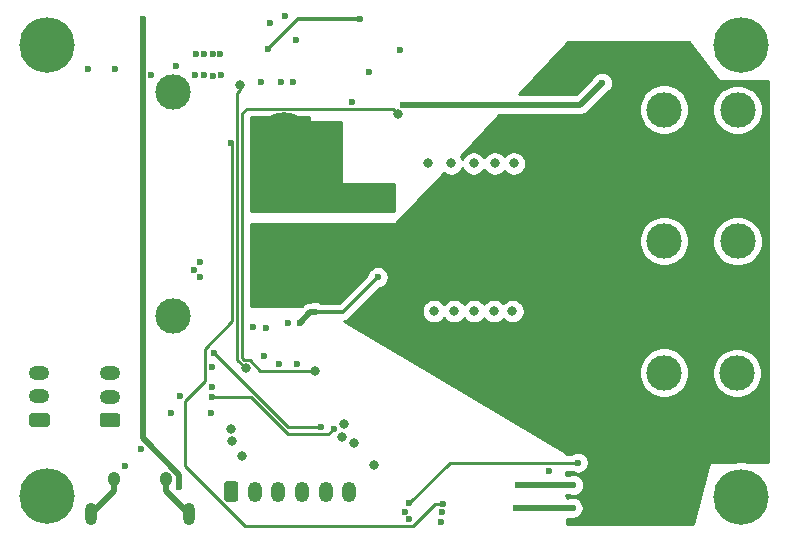
<source format=gbr>
G04 #@! TF.GenerationSoftware,KiCad,Pcbnew,5.1.6-c6e7f7d~87~ubuntu19.10.1*
G04 #@! TF.CreationDate,2021-03-17T15:36:07-04:00*
G04 #@! TF.ProjectId,icarus,69636172-7573-42e6-9b69-6361645f7063,V1.0*
G04 #@! TF.SameCoordinates,Original*
G04 #@! TF.FileFunction,Copper,L4,Bot*
G04 #@! TF.FilePolarity,Positive*
%FSLAX46Y46*%
G04 Gerber Fmt 4.6, Leading zero omitted, Abs format (unit mm)*
G04 Created by KiCad (PCBNEW 5.1.6-c6e7f7d~87~ubuntu19.10.1) date 2021-03-17 15:36:07*
%MOMM*%
%LPD*%
G01*
G04 APERTURE LIST*
G04 #@! TA.AperFunction,ComponentPad*
%ADD10O,1.200000X1.750000*%
G04 #@! TD*
G04 #@! TA.AperFunction,ComponentPad*
%ADD11C,4.716000*%
G04 #@! TD*
G04 #@! TA.AperFunction,ComponentPad*
%ADD12C,3.000000*%
G04 #@! TD*
G04 #@! TA.AperFunction,ComponentPad*
%ADD13O,1.050000X1.250000*%
G04 #@! TD*
G04 #@! TA.AperFunction,ComponentPad*
%ADD14O,1.000000X1.900000*%
G04 #@! TD*
G04 #@! TA.AperFunction,ComponentPad*
%ADD15C,4.700000*%
G04 #@! TD*
G04 #@! TA.AperFunction,ComponentPad*
%ADD16O,1.750000X1.200000*%
G04 #@! TD*
G04 #@! TA.AperFunction,ViaPad*
%ADD17C,0.600000*%
G04 #@! TD*
G04 #@! TA.AperFunction,ViaPad*
%ADD18C,0.800000*%
G04 #@! TD*
G04 #@! TA.AperFunction,Conductor*
%ADD19C,0.500000*%
G04 #@! TD*
G04 #@! TA.AperFunction,Conductor*
%ADD20C,0.300000*%
G04 #@! TD*
G04 #@! TA.AperFunction,Conductor*
%ADD21C,0.250000*%
G04 #@! TD*
G04 #@! TA.AperFunction,Conductor*
%ADD22C,0.254000*%
G04 #@! TD*
G04 APERTURE END LIST*
G04 #@! TO.P,J3,1*
G04 #@! TO.N,+3V3*
G04 #@! TA.AperFunction,ComponentPad*
G36*
G01*
X130700000Y-121625001D02*
X130700000Y-120374999D01*
G75*
G02*
X130949999Y-120125000I249999J0D01*
G01*
X131650001Y-120125000D01*
G75*
G02*
X131900000Y-120374999I0J-249999D01*
G01*
X131900000Y-121625001D01*
G75*
G02*
X131650001Y-121875000I-249999J0D01*
G01*
X130949999Y-121875000D01*
G75*
G02*
X130700000Y-121625001I0J249999D01*
G01*
G37*
G04 #@! TD.AperFunction*
D10*
G04 #@! TO.P,J3,2*
G04 #@! TO.N,SWO*
X133300000Y-121000000D03*
G04 #@! TO.P,J3,3*
G04 #@! TO.N,SWDIO*
X135300000Y-121000000D03*
G04 #@! TO.P,J3,4*
G04 #@! TO.N,SWCLK*
X137300000Y-121000000D03*
G04 #@! TO.P,J3,5*
G04 #@! TO.N,NRST*
X139300000Y-121000000D03*
G04 #@! TO.P,J3,6*
G04 #@! TO.N,GND*
X141300000Y-121000000D03*
G04 #@! TD*
D11*
G04 #@! TO.P,U4,+*
G04 #@! TO.N,VSENSE_HIGH*
X135800000Y-91210000D03*
G04 #@! TO.P,U4,-*
G04 #@! TO.N,GNDPWR*
X135800000Y-102110000D03*
D12*
G04 #@! TO.P,U4,S1*
G04 #@! TO.N,N/C*
X126400000Y-106110000D03*
G04 #@! TO.P,U4,S2*
X126400000Y-87210000D03*
G04 #@! TD*
D13*
G04 #@! TO.P,J4,6*
G04 #@! TO.N,Net-(J4-Pad6)*
X121355000Y-119930000D03*
X125805000Y-119930000D03*
D14*
X119405000Y-122930000D03*
X127755000Y-122930000D03*
G04 #@! TD*
D15*
G04 #@! TO.P,H1,1*
G04 #@! TO.N,GND*
X115720000Y-121410000D03*
G04 #@! TD*
G04 #@! TO.P,H2,1*
G04 #@! TO.N,Net-(H2-Pad1)*
X174465000Y-83160000D03*
G04 #@! TD*
G04 #@! TO.P,H3,1*
G04 #@! TO.N,Net-(H3-Pad1)*
X174465000Y-121420000D03*
G04 #@! TD*
G04 #@! TO.P,H4,1*
G04 #@! TO.N,GND*
X115720000Y-83160000D03*
G04 #@! TD*
D12*
G04 #@! TO.P,U6,-*
G04 #@! TO.N,GNDPWR*
X174175000Y-104800000D03*
G04 #@! TO.P,U6,+*
G04 #@! TO.N,OUT*
X174175000Y-99800000D03*
G04 #@! TD*
G04 #@! TO.P,U7,+*
G04 #@! TO.N,OUT*
X174125000Y-110950000D03*
G04 #@! TO.P,U7,-*
G04 #@! TO.N,GNDPWR*
X174125000Y-115950000D03*
G04 #@! TD*
G04 #@! TO.P,U9,-*
G04 #@! TO.N,GNDPWR*
X167950000Y-115925000D03*
G04 #@! TO.P,U9,+*
G04 #@! TO.N,OUT*
X167950000Y-110925000D03*
G04 #@! TD*
G04 #@! TO.P,U10,+*
G04 #@! TO.N,OUT*
X174175000Y-88680000D03*
G04 #@! TO.P,U10,-*
G04 #@! TO.N,GNDPWR*
X174175000Y-93680000D03*
G04 #@! TD*
G04 #@! TO.P,U11,-*
G04 #@! TO.N,GNDPWR*
X167950000Y-104775000D03*
G04 #@! TO.P,U11,+*
G04 #@! TO.N,OUT*
X167950000Y-99775000D03*
G04 #@! TD*
G04 #@! TO.P,U12,+*
G04 #@! TO.N,OUT*
X167950000Y-88655000D03*
G04 #@! TO.P,U12,-*
G04 #@! TO.N,GNDPWR*
X167950000Y-93655000D03*
G04 #@! TD*
G04 #@! TO.P,J1,1*
G04 #@! TO.N,CAN_H*
G04 #@! TA.AperFunction,ComponentPad*
G36*
G01*
X121655001Y-115550000D02*
X120404999Y-115550000D01*
G75*
G02*
X120155000Y-115300001I0J249999D01*
G01*
X120155000Y-114599999D01*
G75*
G02*
X120404999Y-114350000I249999J0D01*
G01*
X121655001Y-114350000D01*
G75*
G02*
X121905000Y-114599999I0J-249999D01*
G01*
X121905000Y-115300001D01*
G75*
G02*
X121655001Y-115550000I-249999J0D01*
G01*
G37*
G04 #@! TD.AperFunction*
D16*
G04 #@! TO.P,J1,2*
G04 #@! TO.N,CAN_L*
X121030000Y-112950000D03*
G04 #@! TO.P,J1,3*
G04 #@! TO.N,GND*
X121030000Y-110950000D03*
G04 #@! TD*
G04 #@! TO.P,J2,3*
G04 #@! TO.N,GND*
X115070000Y-110940000D03*
G04 #@! TO.P,J2,2*
G04 #@! TO.N,CAN_L*
X115070000Y-112940000D03*
G04 #@! TO.P,J2,1*
G04 #@! TO.N,CAN_H*
G04 #@! TA.AperFunction,ComponentPad*
G36*
G01*
X115695001Y-115540000D02*
X114444999Y-115540000D01*
G75*
G02*
X114195000Y-115290001I0J249999D01*
G01*
X114195000Y-114589999D01*
G75*
G02*
X114444999Y-114340000I249999J0D01*
G01*
X115695001Y-114340000D01*
G75*
G02*
X115945000Y-114589999I0J-249999D01*
G01*
X115945000Y-115290001D01*
G75*
G02*
X115695001Y-115540000I-249999J0D01*
G01*
G37*
G04 #@! TD.AperFunction*
G04 #@! TD*
D17*
G04 #@! TO.N,+3V3*
X129640000Y-110430000D03*
X129630000Y-114340000D03*
X155580000Y-120460000D03*
X155419990Y-122430000D03*
X160210000Y-122370000D03*
X160260000Y-120440000D03*
X121470000Y-85240000D03*
X119190000Y-85240000D03*
X124510000Y-85690000D03*
X128225000Y-85725000D03*
X129000000Y-85700000D03*
X129775000Y-85775000D03*
X130448495Y-85701658D03*
X128300000Y-83950000D03*
X129025000Y-83925000D03*
X129725000Y-83925000D03*
X130350000Y-83975000D03*
X145580326Y-83619674D03*
D18*
X131410000Y-116720000D03*
X141730000Y-116880000D03*
X140660000Y-116340000D03*
X140890000Y-115290000D03*
D17*
X136840000Y-110170000D03*
X135360000Y-110180000D03*
X134040000Y-109527599D03*
X136130000Y-106690000D03*
G04 #@! TO.N,GND*
X122280000Y-118850000D03*
X126930000Y-112930000D03*
X149190000Y-122770000D03*
X149110000Y-123580000D03*
X126210000Y-114370000D03*
X126650000Y-84975000D03*
X136800000Y-82725000D03*
X135850000Y-80750000D03*
X134600000Y-81300000D03*
X158191200Y-119235000D03*
X129710000Y-112110000D03*
X123696605Y-117403395D03*
X146050000Y-122700000D03*
X146400000Y-123300000D03*
X136500000Y-86350000D03*
X135500000Y-86300000D03*
X133850000Y-86300000D03*
X141550000Y-87981999D03*
X142950000Y-85450000D03*
X128700000Y-101550000D03*
X128150000Y-102250000D03*
X128700000Y-102850000D03*
D18*
X131290000Y-115700000D03*
X143375010Y-118710000D03*
X132260000Y-118010000D03*
D17*
X133160000Y-107090000D03*
X134210000Y-107130000D03*
X137090000Y-106720000D03*
X138370000Y-105800000D03*
X143720000Y-102840000D03*
G04 #@! TO.N,VSENSE_HIGH*
X131250000Y-91450000D03*
X149250000Y-122010000D03*
G04 #@! TO.N,OUT*
X145825000Y-88250000D03*
X162700000Y-86400000D03*
X146400000Y-122000000D03*
X160650000Y-118550000D03*
G04 #@! TO.N,+5V*
X126900000Y-120600000D03*
X123800000Y-81000000D03*
D18*
G04 #@! TO.N,VSENSE_LOW*
X155120000Y-105720000D03*
X153550000Y-105720000D03*
X151870000Y-105720000D03*
X150170000Y-105720000D03*
X148470000Y-105720000D03*
X155240000Y-93220000D03*
X153630000Y-93220000D03*
X151830000Y-93220000D03*
X149930000Y-93220000D03*
X147930000Y-93220000D03*
G04 #@! TO.N,PG*
X138360000Y-110770000D03*
X145445226Y-89021605D03*
G04 #@! TO.N,TPS_ENABLE*
X132530000Y-110550000D03*
X132090000Y-86570000D03*
D17*
G04 #@! TO.N,CAN_TX*
X129660000Y-112950000D03*
X140000000Y-115660000D03*
G04 #@! TO.N,CAN_RX*
X129850000Y-109260000D03*
X138940000Y-115550000D03*
G04 #@! TO.N,Net-(MOSFET2-PadP$1)*
X134390000Y-83549999D03*
X142190000Y-80960000D03*
G04 #@! TO.N,GNDPWR*
X164400000Y-121500000D03*
X163750000Y-121500000D03*
X163100000Y-121500000D03*
X161900000Y-121350000D03*
X161250000Y-121350000D03*
G04 #@! TD*
D19*
G04 #@! TO.N,+3V3*
X155600000Y-120440000D02*
X155580000Y-120460000D01*
X160260000Y-120440000D02*
X155600000Y-120440000D01*
X160150000Y-122430000D02*
X160210000Y-122370000D01*
X155419990Y-122430000D02*
X160150000Y-122430000D01*
G04 #@! TO.N,GND*
X138010000Y-105800000D02*
X137090000Y-106720000D01*
X138370000Y-105800000D02*
X138010000Y-105800000D01*
D20*
X140760000Y-105800000D02*
X138370000Y-105800000D01*
X143720000Y-102840000D02*
X140760000Y-105800000D01*
D21*
G04 #@! TO.N,VSENSE_HIGH*
X131329998Y-91450000D02*
X131250000Y-91450000D01*
X131389999Y-91510001D02*
X131329998Y-91450000D01*
X132453379Y-123885001D02*
X127370000Y-118801622D01*
X146680801Y-123885001D02*
X132453379Y-123885001D01*
X148555802Y-122010000D02*
X146680801Y-123885001D01*
X149250000Y-122010000D02*
X148555802Y-122010000D01*
X129054999Y-108925001D02*
X131389999Y-106590001D01*
X127370000Y-118801622D02*
X127370000Y-113355802D01*
X129054999Y-111670803D02*
X129054999Y-108925001D01*
X131389999Y-106590001D02*
X131389999Y-91510001D01*
X127370000Y-113355802D02*
X129054999Y-111670803D01*
D19*
G04 #@! TO.N,OUT*
X160850000Y-88250000D02*
X162700000Y-86400000D01*
X145825000Y-88250000D02*
X160850000Y-88250000D01*
D21*
X149850000Y-118550000D02*
X160650000Y-118550000D01*
X146400000Y-122000000D02*
X149850000Y-118550000D01*
D19*
G04 #@! TO.N,+5V*
X123800000Y-116502697D02*
X123800000Y-81000000D01*
X126900000Y-119602697D02*
X123800000Y-116502697D01*
X126900000Y-120600000D02*
X126900000Y-119602697D01*
G04 #@! TO.N,Net-(J4-Pad6)*
X125805000Y-120980000D02*
X127755000Y-122930000D01*
X125805000Y-119930000D02*
X125805000Y-120980000D01*
X121355000Y-120980000D02*
X119405000Y-122930000D01*
X121355000Y-119930000D02*
X121355000Y-120980000D01*
D21*
G04 #@! TO.N,PG*
X138360000Y-110770000D02*
X133763802Y-110770000D01*
X132424839Y-109864999D02*
X132245011Y-109685171D01*
X132858801Y-109864999D02*
X132424839Y-109864999D01*
X133763802Y-110770000D02*
X132858801Y-109864999D01*
X132245011Y-109685171D02*
X132245011Y-88940000D01*
X144990620Y-88566999D02*
X145445226Y-89021605D01*
X132618012Y-88566999D02*
X144990620Y-88566999D01*
X132245011Y-88940000D02*
X132618012Y-88566999D01*
G04 #@! TO.N,TPS_ENABLE*
X131835001Y-109855001D02*
X132530000Y-110550000D01*
X132090000Y-86990000D02*
X131835001Y-87244999D01*
X131835001Y-87244999D02*
X131835001Y-109855001D01*
X132090000Y-86570000D02*
X132090000Y-86990000D01*
G04 #@! TO.N,CAN_TX*
X129660000Y-112950000D02*
X132960160Y-112950000D01*
X132960160Y-112950000D02*
X135970169Y-115960010D01*
X139524999Y-116135001D02*
X140000000Y-115660000D01*
X136145160Y-116135001D02*
X139524999Y-116135001D01*
X135970169Y-115960010D02*
X136145160Y-116135001D01*
G04 #@! TO.N,CAN_RX*
X136140000Y-115550000D02*
X138940000Y-115550000D01*
X129850000Y-109260000D02*
X136140000Y-115550000D01*
D20*
G04 #@! TO.N,Net-(MOSFET2-PadP$1)*
X136979999Y-80960000D02*
X142190000Y-80960000D01*
X134390000Y-83549999D02*
X136979999Y-80960000D01*
G04 #@! TD*
D22*
G04 #@! TO.N,VSENSE_HIGH*
G36*
X137873000Y-89600000D02*
G01*
X137875440Y-89624776D01*
X137882667Y-89648601D01*
X137894403Y-89670557D01*
X137910197Y-89689803D01*
X137929443Y-89705597D01*
X137951399Y-89717333D01*
X137975224Y-89724560D01*
X138000000Y-89727000D01*
X140573000Y-89727000D01*
X140573000Y-94800000D01*
X140575440Y-94824776D01*
X140582667Y-94848601D01*
X140594403Y-94870557D01*
X140610197Y-94889803D01*
X140629443Y-94905597D01*
X140651399Y-94917333D01*
X140675224Y-94924560D01*
X140700000Y-94927000D01*
X145073000Y-94927000D01*
X145073000Y-97273000D01*
X133005011Y-97273000D01*
X133005011Y-89326999D01*
X137873000Y-89326999D01*
X137873000Y-89600000D01*
G37*
X137873000Y-89600000D02*
X137875440Y-89624776D01*
X137882667Y-89648601D01*
X137894403Y-89670557D01*
X137910197Y-89689803D01*
X137929443Y-89705597D01*
X137951399Y-89717333D01*
X137975224Y-89724560D01*
X138000000Y-89727000D01*
X140573000Y-89727000D01*
X140573000Y-94800000D01*
X140575440Y-94824776D01*
X140582667Y-94848601D01*
X140594403Y-94870557D01*
X140610197Y-94889803D01*
X140629443Y-94905597D01*
X140651399Y-94917333D01*
X140675224Y-94924560D01*
X140700000Y-94927000D01*
X145073000Y-94927000D01*
X145073000Y-97273000D01*
X133005011Y-97273000D01*
X133005011Y-89326999D01*
X137873000Y-89326999D01*
X137873000Y-89600000D01*
G04 #@! TO.N,GNDPWR*
G36*
X172498769Y-86176690D02*
G01*
X172515676Y-86194965D01*
X172535823Y-86209592D01*
X172558436Y-86220006D01*
X172582647Y-86225809D01*
X172600000Y-86227000D01*
X176773000Y-86227000D01*
X176773000Y-118473000D01*
X174950036Y-118473000D01*
X174758997Y-118435000D01*
X174171003Y-118435000D01*
X173979964Y-118473000D01*
X171900000Y-118473000D01*
X171875224Y-118475440D01*
X171851399Y-118482667D01*
X171829443Y-118494403D01*
X171810197Y-118510197D01*
X171794403Y-118529443D01*
X171782667Y-118551399D01*
X171777064Y-118568128D01*
X170436209Y-123739999D01*
X159723699Y-123740000D01*
X159718285Y-123315000D01*
X160106531Y-123315000D01*
X160150000Y-123319281D01*
X160193469Y-123315000D01*
X160193477Y-123315000D01*
X160295010Y-123305000D01*
X160302089Y-123305000D01*
X160309032Y-123303619D01*
X160323490Y-123302195D01*
X160337393Y-123297978D01*
X160482729Y-123269068D01*
X160652889Y-123198586D01*
X160806028Y-123096262D01*
X160936262Y-122966028D01*
X161038586Y-122812889D01*
X161109068Y-122642729D01*
X161145000Y-122462089D01*
X161145000Y-122277911D01*
X161109068Y-122097271D01*
X161038586Y-121927111D01*
X160936262Y-121773972D01*
X160806028Y-121643738D01*
X160652889Y-121541414D01*
X160482729Y-121470932D01*
X160302089Y-121435000D01*
X160117911Y-121435000D01*
X159937271Y-121470932D01*
X159767111Y-121541414D01*
X159761744Y-121545000D01*
X159695737Y-121545000D01*
X159692934Y-121325000D01*
X159953308Y-121325000D01*
X159987271Y-121339068D01*
X160167911Y-121375000D01*
X160352089Y-121375000D01*
X160532729Y-121339068D01*
X160702889Y-121268586D01*
X160856028Y-121166262D01*
X160986262Y-121036028D01*
X161088586Y-120882889D01*
X161159068Y-120712729D01*
X161195000Y-120532089D01*
X161195000Y-120347911D01*
X161159068Y-120167271D01*
X161088586Y-119997111D01*
X160986262Y-119843972D01*
X160856028Y-119713738D01*
X160702889Y-119611414D01*
X160532729Y-119540932D01*
X160352089Y-119505000D01*
X160167911Y-119505000D01*
X159987271Y-119540932D01*
X159953308Y-119555000D01*
X159670386Y-119555000D01*
X159667265Y-119310000D01*
X160104465Y-119310000D01*
X160207111Y-119378586D01*
X160377271Y-119449068D01*
X160557911Y-119485000D01*
X160742089Y-119485000D01*
X160922729Y-119449068D01*
X161092889Y-119378586D01*
X161246028Y-119276262D01*
X161376262Y-119146028D01*
X161478586Y-118992889D01*
X161549068Y-118822729D01*
X161585000Y-118642089D01*
X161585000Y-118457911D01*
X161549068Y-118277271D01*
X161478586Y-118107111D01*
X161376262Y-117953972D01*
X161246028Y-117823738D01*
X161092889Y-117721414D01*
X160922729Y-117650932D01*
X160742089Y-117615000D01*
X160557911Y-117615000D01*
X160377271Y-117650932D01*
X160207111Y-117721414D01*
X160104465Y-117790000D01*
X159647902Y-117790000D01*
X159646990Y-117718382D01*
X159644234Y-117693639D01*
X159636704Y-117669909D01*
X159624689Y-117648103D01*
X159608651Y-117629061D01*
X159584446Y-117610567D01*
X147874942Y-110714721D01*
X165815000Y-110714721D01*
X165815000Y-111135279D01*
X165897047Y-111547756D01*
X166057988Y-111936302D01*
X166291637Y-112285983D01*
X166589017Y-112583363D01*
X166938698Y-112817012D01*
X167327244Y-112977953D01*
X167739721Y-113060000D01*
X168160279Y-113060000D01*
X168572756Y-112977953D01*
X168961302Y-112817012D01*
X169310983Y-112583363D01*
X169608363Y-112285983D01*
X169842012Y-111936302D01*
X170002953Y-111547756D01*
X170085000Y-111135279D01*
X170085000Y-110739721D01*
X171990000Y-110739721D01*
X171990000Y-111160279D01*
X172072047Y-111572756D01*
X172232988Y-111961302D01*
X172466637Y-112310983D01*
X172764017Y-112608363D01*
X173113698Y-112842012D01*
X173502244Y-113002953D01*
X173914721Y-113085000D01*
X174335279Y-113085000D01*
X174747756Y-113002953D01*
X175136302Y-112842012D01*
X175485983Y-112608363D01*
X175783363Y-112310983D01*
X176017012Y-111961302D01*
X176177953Y-111572756D01*
X176260000Y-111160279D01*
X176260000Y-110739721D01*
X176177953Y-110327244D01*
X176017012Y-109938698D01*
X175783363Y-109589017D01*
X175485983Y-109291637D01*
X175136302Y-109057988D01*
X174747756Y-108897047D01*
X174335279Y-108815000D01*
X173914721Y-108815000D01*
X173502244Y-108897047D01*
X173113698Y-109057988D01*
X172764017Y-109291637D01*
X172466637Y-109589017D01*
X172232988Y-109938698D01*
X172072047Y-110327244D01*
X171990000Y-110739721D01*
X170085000Y-110739721D01*
X170085000Y-110714721D01*
X170002953Y-110302244D01*
X169842012Y-109913698D01*
X169608363Y-109564017D01*
X169310983Y-109266637D01*
X168961302Y-109032988D01*
X168572756Y-108872047D01*
X168160279Y-108790000D01*
X167739721Y-108790000D01*
X167327244Y-108872047D01*
X166938698Y-109032988D01*
X166589017Y-109266637D01*
X166291637Y-109564017D01*
X166057988Y-109913698D01*
X165897047Y-110302244D01*
X165815000Y-110714721D01*
X147874942Y-110714721D01*
X140853305Y-106579608D01*
X140913887Y-106573641D01*
X141061860Y-106528754D01*
X141198233Y-106455862D01*
X141317764Y-106357764D01*
X141342347Y-106327810D01*
X142052096Y-105618061D01*
X147435000Y-105618061D01*
X147435000Y-105821939D01*
X147474774Y-106021898D01*
X147552795Y-106210256D01*
X147666063Y-106379774D01*
X147810226Y-106523937D01*
X147979744Y-106637205D01*
X148168102Y-106715226D01*
X148368061Y-106755000D01*
X148571939Y-106755000D01*
X148771898Y-106715226D01*
X148960256Y-106637205D01*
X149129774Y-106523937D01*
X149273937Y-106379774D01*
X149320000Y-106310836D01*
X149366063Y-106379774D01*
X149510226Y-106523937D01*
X149679744Y-106637205D01*
X149868102Y-106715226D01*
X150068061Y-106755000D01*
X150271939Y-106755000D01*
X150471898Y-106715226D01*
X150660256Y-106637205D01*
X150829774Y-106523937D01*
X150973937Y-106379774D01*
X151020000Y-106310836D01*
X151066063Y-106379774D01*
X151210226Y-106523937D01*
X151379744Y-106637205D01*
X151568102Y-106715226D01*
X151768061Y-106755000D01*
X151971939Y-106755000D01*
X152171898Y-106715226D01*
X152360256Y-106637205D01*
X152529774Y-106523937D01*
X152673937Y-106379774D01*
X152710000Y-106325802D01*
X152746063Y-106379774D01*
X152890226Y-106523937D01*
X153059744Y-106637205D01*
X153248102Y-106715226D01*
X153448061Y-106755000D01*
X153651939Y-106755000D01*
X153851898Y-106715226D01*
X154040256Y-106637205D01*
X154209774Y-106523937D01*
X154335000Y-106398711D01*
X154460226Y-106523937D01*
X154629744Y-106637205D01*
X154818102Y-106715226D01*
X155018061Y-106755000D01*
X155221939Y-106755000D01*
X155421898Y-106715226D01*
X155610256Y-106637205D01*
X155779774Y-106523937D01*
X155923937Y-106379774D01*
X156037205Y-106210256D01*
X156115226Y-106021898D01*
X156155000Y-105821939D01*
X156155000Y-105618061D01*
X156115226Y-105418102D01*
X156037205Y-105229744D01*
X155923937Y-105060226D01*
X155779774Y-104916063D01*
X155610256Y-104802795D01*
X155421898Y-104724774D01*
X155221939Y-104685000D01*
X155018061Y-104685000D01*
X154818102Y-104724774D01*
X154629744Y-104802795D01*
X154460226Y-104916063D01*
X154335000Y-105041289D01*
X154209774Y-104916063D01*
X154040256Y-104802795D01*
X153851898Y-104724774D01*
X153651939Y-104685000D01*
X153448061Y-104685000D01*
X153248102Y-104724774D01*
X153059744Y-104802795D01*
X152890226Y-104916063D01*
X152746063Y-105060226D01*
X152710000Y-105114198D01*
X152673937Y-105060226D01*
X152529774Y-104916063D01*
X152360256Y-104802795D01*
X152171898Y-104724774D01*
X151971939Y-104685000D01*
X151768061Y-104685000D01*
X151568102Y-104724774D01*
X151379744Y-104802795D01*
X151210226Y-104916063D01*
X151066063Y-105060226D01*
X151020000Y-105129164D01*
X150973937Y-105060226D01*
X150829774Y-104916063D01*
X150660256Y-104802795D01*
X150471898Y-104724774D01*
X150271939Y-104685000D01*
X150068061Y-104685000D01*
X149868102Y-104724774D01*
X149679744Y-104802795D01*
X149510226Y-104916063D01*
X149366063Y-105060226D01*
X149320000Y-105129164D01*
X149273937Y-105060226D01*
X149129774Y-104916063D01*
X148960256Y-104802795D01*
X148771898Y-104724774D01*
X148571939Y-104685000D01*
X148368061Y-104685000D01*
X148168102Y-104724774D01*
X147979744Y-104802795D01*
X147810226Y-104916063D01*
X147666063Y-105060226D01*
X147552795Y-105229744D01*
X147474774Y-105418102D01*
X147435000Y-105618061D01*
X142052096Y-105618061D01*
X143915784Y-103754373D01*
X143992729Y-103739068D01*
X144162889Y-103668586D01*
X144316028Y-103566262D01*
X144446262Y-103436028D01*
X144548586Y-103282889D01*
X144619068Y-103112729D01*
X144655000Y-102932089D01*
X144655000Y-102747911D01*
X144619068Y-102567271D01*
X144548586Y-102397111D01*
X144446262Y-102243972D01*
X144316028Y-102113738D01*
X144162889Y-102011414D01*
X143992729Y-101940932D01*
X143812089Y-101905000D01*
X143627911Y-101905000D01*
X143447271Y-101940932D01*
X143277111Y-102011414D01*
X143123972Y-102113738D01*
X142993738Y-102243972D01*
X142891414Y-102397111D01*
X142820932Y-102567271D01*
X142805627Y-102644216D01*
X140434843Y-105015000D01*
X138878120Y-105015000D01*
X138812889Y-104971414D01*
X138642729Y-104900932D01*
X138462089Y-104865000D01*
X138277911Y-104865000D01*
X138097271Y-104900932D01*
X138063308Y-104915000D01*
X138053465Y-104915000D01*
X138009999Y-104910719D01*
X137966533Y-104915000D01*
X137966523Y-104915000D01*
X137836510Y-104927805D01*
X137669687Y-104978411D01*
X137515941Y-105060589D01*
X137515939Y-105060590D01*
X137515940Y-105060590D01*
X137414953Y-105143468D01*
X137414951Y-105143470D01*
X137381183Y-105171183D01*
X137353470Y-105204951D01*
X137285421Y-105273000D01*
X133005011Y-105273000D01*
X133005011Y-99564721D01*
X165815000Y-99564721D01*
X165815000Y-99985279D01*
X165897047Y-100397756D01*
X166057988Y-100786302D01*
X166291637Y-101135983D01*
X166589017Y-101433363D01*
X166938698Y-101667012D01*
X167327244Y-101827953D01*
X167739721Y-101910000D01*
X168160279Y-101910000D01*
X168572756Y-101827953D01*
X168961302Y-101667012D01*
X169310983Y-101433363D01*
X169608363Y-101135983D01*
X169842012Y-100786302D01*
X170002953Y-100397756D01*
X170085000Y-99985279D01*
X170085000Y-99589721D01*
X172040000Y-99589721D01*
X172040000Y-100010279D01*
X172122047Y-100422756D01*
X172282988Y-100811302D01*
X172516637Y-101160983D01*
X172814017Y-101458363D01*
X173163698Y-101692012D01*
X173552244Y-101852953D01*
X173964721Y-101935000D01*
X174385279Y-101935000D01*
X174797756Y-101852953D01*
X175186302Y-101692012D01*
X175535983Y-101458363D01*
X175833363Y-101160983D01*
X176067012Y-100811302D01*
X176227953Y-100422756D01*
X176310000Y-100010279D01*
X176310000Y-99589721D01*
X176227953Y-99177244D01*
X176067012Y-98788698D01*
X175833363Y-98439017D01*
X175535983Y-98141637D01*
X175186302Y-97907988D01*
X174797756Y-97747047D01*
X174385279Y-97665000D01*
X173964721Y-97665000D01*
X173552244Y-97747047D01*
X173163698Y-97907988D01*
X172814017Y-98141637D01*
X172516637Y-98439017D01*
X172282988Y-98788698D01*
X172122047Y-99177244D01*
X172040000Y-99589721D01*
X170085000Y-99589721D01*
X170085000Y-99564721D01*
X170002953Y-99152244D01*
X169842012Y-98763698D01*
X169608363Y-98414017D01*
X169310983Y-98116637D01*
X168961302Y-97882988D01*
X168572756Y-97722047D01*
X168160279Y-97640000D01*
X167739721Y-97640000D01*
X167327244Y-97722047D01*
X166938698Y-97882988D01*
X166589017Y-98116637D01*
X166291637Y-98414017D01*
X166057988Y-98763698D01*
X165897047Y-99152244D01*
X165815000Y-99564721D01*
X133005011Y-99564721D01*
X133005011Y-98327000D01*
X145200000Y-98327000D01*
X145224776Y-98324560D01*
X145248601Y-98317333D01*
X145270557Y-98305597D01*
X145292165Y-98287377D01*
X149309346Y-94050076D01*
X149439744Y-94137205D01*
X149628102Y-94215226D01*
X149828061Y-94255000D01*
X150031939Y-94255000D01*
X150231898Y-94215226D01*
X150420256Y-94137205D01*
X150589774Y-94023937D01*
X150733937Y-93879774D01*
X150847205Y-93710256D01*
X150880000Y-93631082D01*
X150912795Y-93710256D01*
X151026063Y-93879774D01*
X151170226Y-94023937D01*
X151339744Y-94137205D01*
X151528102Y-94215226D01*
X151728061Y-94255000D01*
X151931939Y-94255000D01*
X152131898Y-94215226D01*
X152320256Y-94137205D01*
X152489774Y-94023937D01*
X152633937Y-93879774D01*
X152730000Y-93736005D01*
X152826063Y-93879774D01*
X152970226Y-94023937D01*
X153139744Y-94137205D01*
X153328102Y-94215226D01*
X153528061Y-94255000D01*
X153731939Y-94255000D01*
X153931898Y-94215226D01*
X154120256Y-94137205D01*
X154289774Y-94023937D01*
X154433937Y-93879774D01*
X154435000Y-93878183D01*
X154436063Y-93879774D01*
X154580226Y-94023937D01*
X154749744Y-94137205D01*
X154938102Y-94215226D01*
X155138061Y-94255000D01*
X155341939Y-94255000D01*
X155541898Y-94215226D01*
X155730256Y-94137205D01*
X155899774Y-94023937D01*
X156043937Y-93879774D01*
X156157205Y-93710256D01*
X156235226Y-93521898D01*
X156275000Y-93321939D01*
X156275000Y-93118061D01*
X156235226Y-92918102D01*
X156157205Y-92729744D01*
X156043937Y-92560226D01*
X155899774Y-92416063D01*
X155730256Y-92302795D01*
X155541898Y-92224774D01*
X155341939Y-92185000D01*
X155138061Y-92185000D01*
X154938102Y-92224774D01*
X154749744Y-92302795D01*
X154580226Y-92416063D01*
X154436063Y-92560226D01*
X154435000Y-92561817D01*
X154433937Y-92560226D01*
X154289774Y-92416063D01*
X154120256Y-92302795D01*
X153931898Y-92224774D01*
X153731939Y-92185000D01*
X153528061Y-92185000D01*
X153328102Y-92224774D01*
X153139744Y-92302795D01*
X152970226Y-92416063D01*
X152826063Y-92560226D01*
X152730000Y-92703995D01*
X152633937Y-92560226D01*
X152489774Y-92416063D01*
X152320256Y-92302795D01*
X152131898Y-92224774D01*
X151931939Y-92185000D01*
X151728061Y-92185000D01*
X151528102Y-92224774D01*
X151339744Y-92302795D01*
X151170226Y-92416063D01*
X151026063Y-92560226D01*
X150912795Y-92729744D01*
X150880000Y-92808918D01*
X150847205Y-92729744D01*
X150733937Y-92560226D01*
X150727707Y-92553996D01*
X153969094Y-89135000D01*
X160806531Y-89135000D01*
X160850000Y-89139281D01*
X160893469Y-89135000D01*
X160893477Y-89135000D01*
X161023490Y-89122195D01*
X161190313Y-89071589D01*
X161344059Y-88989411D01*
X161478817Y-88878817D01*
X161506534Y-88845044D01*
X161906857Y-88444721D01*
X165815000Y-88444721D01*
X165815000Y-88865279D01*
X165897047Y-89277756D01*
X166057988Y-89666302D01*
X166291637Y-90015983D01*
X166589017Y-90313363D01*
X166938698Y-90547012D01*
X167327244Y-90707953D01*
X167739721Y-90790000D01*
X168160279Y-90790000D01*
X168572756Y-90707953D01*
X168961302Y-90547012D01*
X169310983Y-90313363D01*
X169608363Y-90015983D01*
X169842012Y-89666302D01*
X170002953Y-89277756D01*
X170085000Y-88865279D01*
X170085000Y-88469721D01*
X172040000Y-88469721D01*
X172040000Y-88890279D01*
X172122047Y-89302756D01*
X172282988Y-89691302D01*
X172516637Y-90040983D01*
X172814017Y-90338363D01*
X173163698Y-90572012D01*
X173552244Y-90732953D01*
X173964721Y-90815000D01*
X174385279Y-90815000D01*
X174797756Y-90732953D01*
X175186302Y-90572012D01*
X175535983Y-90338363D01*
X175833363Y-90040983D01*
X176067012Y-89691302D01*
X176227953Y-89302756D01*
X176310000Y-88890279D01*
X176310000Y-88469721D01*
X176227953Y-88057244D01*
X176067012Y-87668698D01*
X175833363Y-87319017D01*
X175535983Y-87021637D01*
X175186302Y-86787988D01*
X174797756Y-86627047D01*
X174385279Y-86545000D01*
X173964721Y-86545000D01*
X173552244Y-86627047D01*
X173163698Y-86787988D01*
X172814017Y-87021637D01*
X172516637Y-87319017D01*
X172282988Y-87668698D01*
X172122047Y-88057244D01*
X172040000Y-88469721D01*
X170085000Y-88469721D01*
X170085000Y-88444721D01*
X170002953Y-88032244D01*
X169842012Y-87643698D01*
X169608363Y-87294017D01*
X169310983Y-86996637D01*
X168961302Y-86762988D01*
X168572756Y-86602047D01*
X168160279Y-86520000D01*
X167739721Y-86520000D01*
X167327244Y-86602047D01*
X166938698Y-86762988D01*
X166589017Y-86996637D01*
X166291637Y-87294017D01*
X166057988Y-87643698D01*
X165897047Y-88032244D01*
X165815000Y-88444721D01*
X161906857Y-88444721D01*
X163108924Y-87242654D01*
X163142889Y-87228586D01*
X163296028Y-87126262D01*
X163426262Y-86996028D01*
X163528586Y-86842889D01*
X163599068Y-86672729D01*
X163635000Y-86492089D01*
X163635000Y-86307911D01*
X163599068Y-86127271D01*
X163528586Y-85957111D01*
X163426262Y-85803972D01*
X163296028Y-85673738D01*
X163142889Y-85571414D01*
X162972729Y-85500932D01*
X162792089Y-85465000D01*
X162607911Y-85465000D01*
X162427271Y-85500932D01*
X162257111Y-85571414D01*
X162103972Y-85673738D01*
X161973738Y-85803972D01*
X161871414Y-85957111D01*
X161857346Y-85991076D01*
X160483422Y-87365000D01*
X155647146Y-87365000D01*
X159854600Y-82927000D01*
X170036883Y-82927000D01*
X172498769Y-86176690D01*
G37*
X172498769Y-86176690D02*
X172515676Y-86194965D01*
X172535823Y-86209592D01*
X172558436Y-86220006D01*
X172582647Y-86225809D01*
X172600000Y-86227000D01*
X176773000Y-86227000D01*
X176773000Y-118473000D01*
X174950036Y-118473000D01*
X174758997Y-118435000D01*
X174171003Y-118435000D01*
X173979964Y-118473000D01*
X171900000Y-118473000D01*
X171875224Y-118475440D01*
X171851399Y-118482667D01*
X171829443Y-118494403D01*
X171810197Y-118510197D01*
X171794403Y-118529443D01*
X171782667Y-118551399D01*
X171777064Y-118568128D01*
X170436209Y-123739999D01*
X159723699Y-123740000D01*
X159718285Y-123315000D01*
X160106531Y-123315000D01*
X160150000Y-123319281D01*
X160193469Y-123315000D01*
X160193477Y-123315000D01*
X160295010Y-123305000D01*
X160302089Y-123305000D01*
X160309032Y-123303619D01*
X160323490Y-123302195D01*
X160337393Y-123297978D01*
X160482729Y-123269068D01*
X160652889Y-123198586D01*
X160806028Y-123096262D01*
X160936262Y-122966028D01*
X161038586Y-122812889D01*
X161109068Y-122642729D01*
X161145000Y-122462089D01*
X161145000Y-122277911D01*
X161109068Y-122097271D01*
X161038586Y-121927111D01*
X160936262Y-121773972D01*
X160806028Y-121643738D01*
X160652889Y-121541414D01*
X160482729Y-121470932D01*
X160302089Y-121435000D01*
X160117911Y-121435000D01*
X159937271Y-121470932D01*
X159767111Y-121541414D01*
X159761744Y-121545000D01*
X159695737Y-121545000D01*
X159692934Y-121325000D01*
X159953308Y-121325000D01*
X159987271Y-121339068D01*
X160167911Y-121375000D01*
X160352089Y-121375000D01*
X160532729Y-121339068D01*
X160702889Y-121268586D01*
X160856028Y-121166262D01*
X160986262Y-121036028D01*
X161088586Y-120882889D01*
X161159068Y-120712729D01*
X161195000Y-120532089D01*
X161195000Y-120347911D01*
X161159068Y-120167271D01*
X161088586Y-119997111D01*
X160986262Y-119843972D01*
X160856028Y-119713738D01*
X160702889Y-119611414D01*
X160532729Y-119540932D01*
X160352089Y-119505000D01*
X160167911Y-119505000D01*
X159987271Y-119540932D01*
X159953308Y-119555000D01*
X159670386Y-119555000D01*
X159667265Y-119310000D01*
X160104465Y-119310000D01*
X160207111Y-119378586D01*
X160377271Y-119449068D01*
X160557911Y-119485000D01*
X160742089Y-119485000D01*
X160922729Y-119449068D01*
X161092889Y-119378586D01*
X161246028Y-119276262D01*
X161376262Y-119146028D01*
X161478586Y-118992889D01*
X161549068Y-118822729D01*
X161585000Y-118642089D01*
X161585000Y-118457911D01*
X161549068Y-118277271D01*
X161478586Y-118107111D01*
X161376262Y-117953972D01*
X161246028Y-117823738D01*
X161092889Y-117721414D01*
X160922729Y-117650932D01*
X160742089Y-117615000D01*
X160557911Y-117615000D01*
X160377271Y-117650932D01*
X160207111Y-117721414D01*
X160104465Y-117790000D01*
X159647902Y-117790000D01*
X159646990Y-117718382D01*
X159644234Y-117693639D01*
X159636704Y-117669909D01*
X159624689Y-117648103D01*
X159608651Y-117629061D01*
X159584446Y-117610567D01*
X147874942Y-110714721D01*
X165815000Y-110714721D01*
X165815000Y-111135279D01*
X165897047Y-111547756D01*
X166057988Y-111936302D01*
X166291637Y-112285983D01*
X166589017Y-112583363D01*
X166938698Y-112817012D01*
X167327244Y-112977953D01*
X167739721Y-113060000D01*
X168160279Y-113060000D01*
X168572756Y-112977953D01*
X168961302Y-112817012D01*
X169310983Y-112583363D01*
X169608363Y-112285983D01*
X169842012Y-111936302D01*
X170002953Y-111547756D01*
X170085000Y-111135279D01*
X170085000Y-110739721D01*
X171990000Y-110739721D01*
X171990000Y-111160279D01*
X172072047Y-111572756D01*
X172232988Y-111961302D01*
X172466637Y-112310983D01*
X172764017Y-112608363D01*
X173113698Y-112842012D01*
X173502244Y-113002953D01*
X173914721Y-113085000D01*
X174335279Y-113085000D01*
X174747756Y-113002953D01*
X175136302Y-112842012D01*
X175485983Y-112608363D01*
X175783363Y-112310983D01*
X176017012Y-111961302D01*
X176177953Y-111572756D01*
X176260000Y-111160279D01*
X176260000Y-110739721D01*
X176177953Y-110327244D01*
X176017012Y-109938698D01*
X175783363Y-109589017D01*
X175485983Y-109291637D01*
X175136302Y-109057988D01*
X174747756Y-108897047D01*
X174335279Y-108815000D01*
X173914721Y-108815000D01*
X173502244Y-108897047D01*
X173113698Y-109057988D01*
X172764017Y-109291637D01*
X172466637Y-109589017D01*
X172232988Y-109938698D01*
X172072047Y-110327244D01*
X171990000Y-110739721D01*
X170085000Y-110739721D01*
X170085000Y-110714721D01*
X170002953Y-110302244D01*
X169842012Y-109913698D01*
X169608363Y-109564017D01*
X169310983Y-109266637D01*
X168961302Y-109032988D01*
X168572756Y-108872047D01*
X168160279Y-108790000D01*
X167739721Y-108790000D01*
X167327244Y-108872047D01*
X166938698Y-109032988D01*
X166589017Y-109266637D01*
X166291637Y-109564017D01*
X166057988Y-109913698D01*
X165897047Y-110302244D01*
X165815000Y-110714721D01*
X147874942Y-110714721D01*
X140853305Y-106579608D01*
X140913887Y-106573641D01*
X141061860Y-106528754D01*
X141198233Y-106455862D01*
X141317764Y-106357764D01*
X141342347Y-106327810D01*
X142052096Y-105618061D01*
X147435000Y-105618061D01*
X147435000Y-105821939D01*
X147474774Y-106021898D01*
X147552795Y-106210256D01*
X147666063Y-106379774D01*
X147810226Y-106523937D01*
X147979744Y-106637205D01*
X148168102Y-106715226D01*
X148368061Y-106755000D01*
X148571939Y-106755000D01*
X148771898Y-106715226D01*
X148960256Y-106637205D01*
X149129774Y-106523937D01*
X149273937Y-106379774D01*
X149320000Y-106310836D01*
X149366063Y-106379774D01*
X149510226Y-106523937D01*
X149679744Y-106637205D01*
X149868102Y-106715226D01*
X150068061Y-106755000D01*
X150271939Y-106755000D01*
X150471898Y-106715226D01*
X150660256Y-106637205D01*
X150829774Y-106523937D01*
X150973937Y-106379774D01*
X151020000Y-106310836D01*
X151066063Y-106379774D01*
X151210226Y-106523937D01*
X151379744Y-106637205D01*
X151568102Y-106715226D01*
X151768061Y-106755000D01*
X151971939Y-106755000D01*
X152171898Y-106715226D01*
X152360256Y-106637205D01*
X152529774Y-106523937D01*
X152673937Y-106379774D01*
X152710000Y-106325802D01*
X152746063Y-106379774D01*
X152890226Y-106523937D01*
X153059744Y-106637205D01*
X153248102Y-106715226D01*
X153448061Y-106755000D01*
X153651939Y-106755000D01*
X153851898Y-106715226D01*
X154040256Y-106637205D01*
X154209774Y-106523937D01*
X154335000Y-106398711D01*
X154460226Y-106523937D01*
X154629744Y-106637205D01*
X154818102Y-106715226D01*
X155018061Y-106755000D01*
X155221939Y-106755000D01*
X155421898Y-106715226D01*
X155610256Y-106637205D01*
X155779774Y-106523937D01*
X155923937Y-106379774D01*
X156037205Y-106210256D01*
X156115226Y-106021898D01*
X156155000Y-105821939D01*
X156155000Y-105618061D01*
X156115226Y-105418102D01*
X156037205Y-105229744D01*
X155923937Y-105060226D01*
X155779774Y-104916063D01*
X155610256Y-104802795D01*
X155421898Y-104724774D01*
X155221939Y-104685000D01*
X155018061Y-104685000D01*
X154818102Y-104724774D01*
X154629744Y-104802795D01*
X154460226Y-104916063D01*
X154335000Y-105041289D01*
X154209774Y-104916063D01*
X154040256Y-104802795D01*
X153851898Y-104724774D01*
X153651939Y-104685000D01*
X153448061Y-104685000D01*
X153248102Y-104724774D01*
X153059744Y-104802795D01*
X152890226Y-104916063D01*
X152746063Y-105060226D01*
X152710000Y-105114198D01*
X152673937Y-105060226D01*
X152529774Y-104916063D01*
X152360256Y-104802795D01*
X152171898Y-104724774D01*
X151971939Y-104685000D01*
X151768061Y-104685000D01*
X151568102Y-104724774D01*
X151379744Y-104802795D01*
X151210226Y-104916063D01*
X151066063Y-105060226D01*
X151020000Y-105129164D01*
X150973937Y-105060226D01*
X150829774Y-104916063D01*
X150660256Y-104802795D01*
X150471898Y-104724774D01*
X150271939Y-104685000D01*
X150068061Y-104685000D01*
X149868102Y-104724774D01*
X149679744Y-104802795D01*
X149510226Y-104916063D01*
X149366063Y-105060226D01*
X149320000Y-105129164D01*
X149273937Y-105060226D01*
X149129774Y-104916063D01*
X148960256Y-104802795D01*
X148771898Y-104724774D01*
X148571939Y-104685000D01*
X148368061Y-104685000D01*
X148168102Y-104724774D01*
X147979744Y-104802795D01*
X147810226Y-104916063D01*
X147666063Y-105060226D01*
X147552795Y-105229744D01*
X147474774Y-105418102D01*
X147435000Y-105618061D01*
X142052096Y-105618061D01*
X143915784Y-103754373D01*
X143992729Y-103739068D01*
X144162889Y-103668586D01*
X144316028Y-103566262D01*
X144446262Y-103436028D01*
X144548586Y-103282889D01*
X144619068Y-103112729D01*
X144655000Y-102932089D01*
X144655000Y-102747911D01*
X144619068Y-102567271D01*
X144548586Y-102397111D01*
X144446262Y-102243972D01*
X144316028Y-102113738D01*
X144162889Y-102011414D01*
X143992729Y-101940932D01*
X143812089Y-101905000D01*
X143627911Y-101905000D01*
X143447271Y-101940932D01*
X143277111Y-102011414D01*
X143123972Y-102113738D01*
X142993738Y-102243972D01*
X142891414Y-102397111D01*
X142820932Y-102567271D01*
X142805627Y-102644216D01*
X140434843Y-105015000D01*
X138878120Y-105015000D01*
X138812889Y-104971414D01*
X138642729Y-104900932D01*
X138462089Y-104865000D01*
X138277911Y-104865000D01*
X138097271Y-104900932D01*
X138063308Y-104915000D01*
X138053465Y-104915000D01*
X138009999Y-104910719D01*
X137966533Y-104915000D01*
X137966523Y-104915000D01*
X137836510Y-104927805D01*
X137669687Y-104978411D01*
X137515941Y-105060589D01*
X137515939Y-105060590D01*
X137515940Y-105060590D01*
X137414953Y-105143468D01*
X137414951Y-105143470D01*
X137381183Y-105171183D01*
X137353470Y-105204951D01*
X137285421Y-105273000D01*
X133005011Y-105273000D01*
X133005011Y-99564721D01*
X165815000Y-99564721D01*
X165815000Y-99985279D01*
X165897047Y-100397756D01*
X166057988Y-100786302D01*
X166291637Y-101135983D01*
X166589017Y-101433363D01*
X166938698Y-101667012D01*
X167327244Y-101827953D01*
X167739721Y-101910000D01*
X168160279Y-101910000D01*
X168572756Y-101827953D01*
X168961302Y-101667012D01*
X169310983Y-101433363D01*
X169608363Y-101135983D01*
X169842012Y-100786302D01*
X170002953Y-100397756D01*
X170085000Y-99985279D01*
X170085000Y-99589721D01*
X172040000Y-99589721D01*
X172040000Y-100010279D01*
X172122047Y-100422756D01*
X172282988Y-100811302D01*
X172516637Y-101160983D01*
X172814017Y-101458363D01*
X173163698Y-101692012D01*
X173552244Y-101852953D01*
X173964721Y-101935000D01*
X174385279Y-101935000D01*
X174797756Y-101852953D01*
X175186302Y-101692012D01*
X175535983Y-101458363D01*
X175833363Y-101160983D01*
X176067012Y-100811302D01*
X176227953Y-100422756D01*
X176310000Y-100010279D01*
X176310000Y-99589721D01*
X176227953Y-99177244D01*
X176067012Y-98788698D01*
X175833363Y-98439017D01*
X175535983Y-98141637D01*
X175186302Y-97907988D01*
X174797756Y-97747047D01*
X174385279Y-97665000D01*
X173964721Y-97665000D01*
X173552244Y-97747047D01*
X173163698Y-97907988D01*
X172814017Y-98141637D01*
X172516637Y-98439017D01*
X172282988Y-98788698D01*
X172122047Y-99177244D01*
X172040000Y-99589721D01*
X170085000Y-99589721D01*
X170085000Y-99564721D01*
X170002953Y-99152244D01*
X169842012Y-98763698D01*
X169608363Y-98414017D01*
X169310983Y-98116637D01*
X168961302Y-97882988D01*
X168572756Y-97722047D01*
X168160279Y-97640000D01*
X167739721Y-97640000D01*
X167327244Y-97722047D01*
X166938698Y-97882988D01*
X166589017Y-98116637D01*
X166291637Y-98414017D01*
X166057988Y-98763698D01*
X165897047Y-99152244D01*
X165815000Y-99564721D01*
X133005011Y-99564721D01*
X133005011Y-98327000D01*
X145200000Y-98327000D01*
X145224776Y-98324560D01*
X145248601Y-98317333D01*
X145270557Y-98305597D01*
X145292165Y-98287377D01*
X149309346Y-94050076D01*
X149439744Y-94137205D01*
X149628102Y-94215226D01*
X149828061Y-94255000D01*
X150031939Y-94255000D01*
X150231898Y-94215226D01*
X150420256Y-94137205D01*
X150589774Y-94023937D01*
X150733937Y-93879774D01*
X150847205Y-93710256D01*
X150880000Y-93631082D01*
X150912795Y-93710256D01*
X151026063Y-93879774D01*
X151170226Y-94023937D01*
X151339744Y-94137205D01*
X151528102Y-94215226D01*
X151728061Y-94255000D01*
X151931939Y-94255000D01*
X152131898Y-94215226D01*
X152320256Y-94137205D01*
X152489774Y-94023937D01*
X152633937Y-93879774D01*
X152730000Y-93736005D01*
X152826063Y-93879774D01*
X152970226Y-94023937D01*
X153139744Y-94137205D01*
X153328102Y-94215226D01*
X153528061Y-94255000D01*
X153731939Y-94255000D01*
X153931898Y-94215226D01*
X154120256Y-94137205D01*
X154289774Y-94023937D01*
X154433937Y-93879774D01*
X154435000Y-93878183D01*
X154436063Y-93879774D01*
X154580226Y-94023937D01*
X154749744Y-94137205D01*
X154938102Y-94215226D01*
X155138061Y-94255000D01*
X155341939Y-94255000D01*
X155541898Y-94215226D01*
X155730256Y-94137205D01*
X155899774Y-94023937D01*
X156043937Y-93879774D01*
X156157205Y-93710256D01*
X156235226Y-93521898D01*
X156275000Y-93321939D01*
X156275000Y-93118061D01*
X156235226Y-92918102D01*
X156157205Y-92729744D01*
X156043937Y-92560226D01*
X155899774Y-92416063D01*
X155730256Y-92302795D01*
X155541898Y-92224774D01*
X155341939Y-92185000D01*
X155138061Y-92185000D01*
X154938102Y-92224774D01*
X154749744Y-92302795D01*
X154580226Y-92416063D01*
X154436063Y-92560226D01*
X154435000Y-92561817D01*
X154433937Y-92560226D01*
X154289774Y-92416063D01*
X154120256Y-92302795D01*
X153931898Y-92224774D01*
X153731939Y-92185000D01*
X153528061Y-92185000D01*
X153328102Y-92224774D01*
X153139744Y-92302795D01*
X152970226Y-92416063D01*
X152826063Y-92560226D01*
X152730000Y-92703995D01*
X152633937Y-92560226D01*
X152489774Y-92416063D01*
X152320256Y-92302795D01*
X152131898Y-92224774D01*
X151931939Y-92185000D01*
X151728061Y-92185000D01*
X151528102Y-92224774D01*
X151339744Y-92302795D01*
X151170226Y-92416063D01*
X151026063Y-92560226D01*
X150912795Y-92729744D01*
X150880000Y-92808918D01*
X150847205Y-92729744D01*
X150733937Y-92560226D01*
X150727707Y-92553996D01*
X153969094Y-89135000D01*
X160806531Y-89135000D01*
X160850000Y-89139281D01*
X160893469Y-89135000D01*
X160893477Y-89135000D01*
X161023490Y-89122195D01*
X161190313Y-89071589D01*
X161344059Y-88989411D01*
X161478817Y-88878817D01*
X161506534Y-88845044D01*
X161906857Y-88444721D01*
X165815000Y-88444721D01*
X165815000Y-88865279D01*
X165897047Y-89277756D01*
X166057988Y-89666302D01*
X166291637Y-90015983D01*
X166589017Y-90313363D01*
X166938698Y-90547012D01*
X167327244Y-90707953D01*
X167739721Y-90790000D01*
X168160279Y-90790000D01*
X168572756Y-90707953D01*
X168961302Y-90547012D01*
X169310983Y-90313363D01*
X169608363Y-90015983D01*
X169842012Y-89666302D01*
X170002953Y-89277756D01*
X170085000Y-88865279D01*
X170085000Y-88469721D01*
X172040000Y-88469721D01*
X172040000Y-88890279D01*
X172122047Y-89302756D01*
X172282988Y-89691302D01*
X172516637Y-90040983D01*
X172814017Y-90338363D01*
X173163698Y-90572012D01*
X173552244Y-90732953D01*
X173964721Y-90815000D01*
X174385279Y-90815000D01*
X174797756Y-90732953D01*
X175186302Y-90572012D01*
X175535983Y-90338363D01*
X175833363Y-90040983D01*
X176067012Y-89691302D01*
X176227953Y-89302756D01*
X176310000Y-88890279D01*
X176310000Y-88469721D01*
X176227953Y-88057244D01*
X176067012Y-87668698D01*
X175833363Y-87319017D01*
X175535983Y-87021637D01*
X175186302Y-86787988D01*
X174797756Y-86627047D01*
X174385279Y-86545000D01*
X173964721Y-86545000D01*
X173552244Y-86627047D01*
X173163698Y-86787988D01*
X172814017Y-87021637D01*
X172516637Y-87319017D01*
X172282988Y-87668698D01*
X172122047Y-88057244D01*
X172040000Y-88469721D01*
X170085000Y-88469721D01*
X170085000Y-88444721D01*
X170002953Y-88032244D01*
X169842012Y-87643698D01*
X169608363Y-87294017D01*
X169310983Y-86996637D01*
X168961302Y-86762988D01*
X168572756Y-86602047D01*
X168160279Y-86520000D01*
X167739721Y-86520000D01*
X167327244Y-86602047D01*
X166938698Y-86762988D01*
X166589017Y-86996637D01*
X166291637Y-87294017D01*
X166057988Y-87643698D01*
X165897047Y-88032244D01*
X165815000Y-88444721D01*
X161906857Y-88444721D01*
X163108924Y-87242654D01*
X163142889Y-87228586D01*
X163296028Y-87126262D01*
X163426262Y-86996028D01*
X163528586Y-86842889D01*
X163599068Y-86672729D01*
X163635000Y-86492089D01*
X163635000Y-86307911D01*
X163599068Y-86127271D01*
X163528586Y-85957111D01*
X163426262Y-85803972D01*
X163296028Y-85673738D01*
X163142889Y-85571414D01*
X162972729Y-85500932D01*
X162792089Y-85465000D01*
X162607911Y-85465000D01*
X162427271Y-85500932D01*
X162257111Y-85571414D01*
X162103972Y-85673738D01*
X161973738Y-85803972D01*
X161871414Y-85957111D01*
X161857346Y-85991076D01*
X160483422Y-87365000D01*
X155647146Y-87365000D01*
X159854600Y-82927000D01*
X170036883Y-82927000D01*
X172498769Y-86176690D01*
G04 #@! TD*
M02*

</source>
